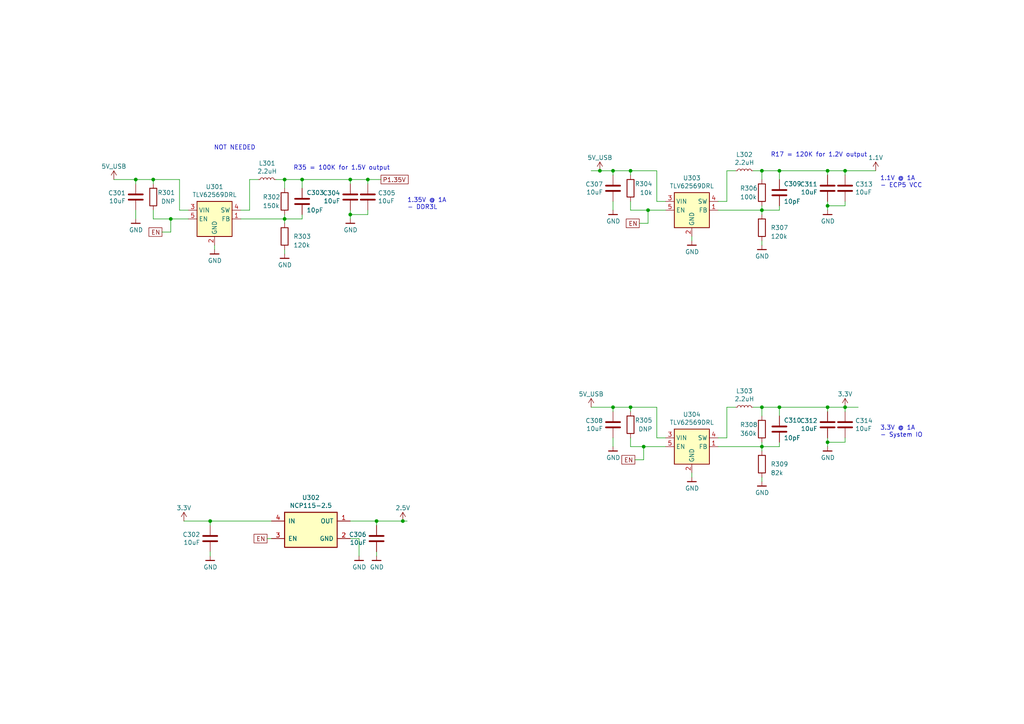
<source format=kicad_sch>
(kicad_sch (version 20250114) (generator "eeschema") (generator_version "9.0")
  (paper "A4")
  (lib_symbols
    (symbol "Device:C" (pin_numbers (hide yes)) (pin_names (offset 0.254))
      (property "Reference" "C" (at 0.635 2.54 0))
      (property "Value" "C" (at 0.635 -2.54 0))
      (symbol "C_0_1"
        (polyline (pts (xy -2.032 0.762) (xy 2.032 0.762)) (stroke (width 0.508)))
        (polyline (pts (xy -2.032 -0.762) (xy 2.032 -0.762)) (stroke (width 0.508)))
      )
      (symbol "C_1_1"
        (pin passive line (at 0 3.81 270) (length 2.794) (name "~") (number "1"))
        (pin passive line (at 0 -3.81 90) (length 2.794) (name "~") (number "2"))
      )
    )
    (symbol "Device:L_Small" (pin_numbers (hide yes)) (pin_names (offset 0.254) (hide yes))
      (property "Reference" "L" (at 0.762 1.016 0))
      (property "Value" "L_Small" (at 0.762 -1.016 0))
      (symbol "L_Small_0_1"
        (arc (start 0 2.032) (mid 0.5058 1.524) (end 0 1.016))
        (arc (start 0 1.016) (mid 0.5058 0.508) (end 0 0))
        (arc (start 0 0) (mid 0.5058 -0.508) (end 0 -1.016))
        (arc (start 0 -1.016) (mid 0.5058 -1.524) (end 0 -2.032))
      )
      (symbol "L_Small_1_1"
        (pin passive line (at 0 2.54 270) (length 0.508) (name "~") (number "1"))
        (pin passive line (at 0 -2.54 90) (length 0.508) (name "~") (number "2"))
      )
    )
    (symbol "Device:R" (pin_numbers (hide yes)) (pin_names (offset 0))
      (property "Reference" "R" (at 2.032 0 90))
      (property "Value" "R" (at 0 0 90))
      (symbol "R_0_1"
        (rectangle (start -1.016 -2.54) (end 1.016 2.54) (stroke (width 0.254)))
      )
      (symbol "R_1_1"
        (pin passive line (at 0 3.81 270) (length 1.27) (name "~") (number "1"))
        (pin passive line (at 0 -3.81 90) (length 1.27) (name "~") (number "2"))
      )
    )
    (symbol "Regulator_Switching:TLV62569DRL"
      (property "Reference" "U" (at -5.08 6.35 0))
      (property "Value" "TLV62569DRL" (at 0 6.35 0))
      (symbol "TLV62569DRL_0_1"
        (rectangle (start -5.08 5.08) (end 5.08 -5.08) (stroke (width 0.254)) (fill (type background)))
      )
      (symbol "TLV62569DRL_1_1"
        (pin power_in line (at -7.62 2.54 0) (length 2.54) (name "VIN") (number "3"))
        (pin input line (at -7.62 0 0) (length 2.54) (name "EN") (number "5"))
        (pin power_in line (at 0 -7.62 90) (length 2.54) (name "GND") (number "2"))
        (pin no_connect line (at 5.08 -2.54 180) (length 2.54) (hide yes) (name "NC") (number "6"))
        (pin power_out line (at 7.62 2.54 180) (length 2.54) (name "SW") (number "4"))
        (pin input line (at 7.62 0 180) (length 2.54) (name "FB") (number "1"))
      )
    )
    (symbol "orange_cram:GND" (power) (pin_names (offset 0))
      (property "Value" "GND" (at 0 -2.54 0))
      (symbol "GND_0_1"
        (polyline (pts (xy 0 -1.27) (xy 0 0)))
        (polyline (pts (xy 1.27 -1.27) (xy -1.27 -1.27)) (stroke (width 0.3048)))
      )
      (symbol "GND_1_1"
        (pin power_in line (at 0 0 270) (length 0) (hide yes) (name "GND") (number "1"))
      )
    )
    (symbol "orange_cram:NCP167" (pin_names (offset 1.016))
      (property "Reference" "U" (at 0 11.43 0))
      (property "Value" "NCP167" (at 0 8.89 0))
      (symbol "NCP167_0_1"
        (rectangle (start -7.62 5.08) (end 7.62 -5.08) (stroke (width 0.3048)) (fill (type background)))
      )
      (symbol "NCP167_1_1"
        (pin input line (at -11.43 2.54 0) (length 3.81) (name "IN") (number "4"))
        (pin input line (at -11.43 -2.54 0) (length 3.81) (name "EN") (number "3"))
        (pin input line (at 11.43 2.54 180) (length 3.81) (name "OUT") (number "1"))
        (pin input line (at 11.43 -2.54 180) (length 3.81) (name "GND") (number "2"))
      )
    )
    (symbol "power:3.3V" (power) (pin_names (offset 0))
      (property "Value" "3.3V" (at 0 3.556 0))
      (symbol "3.3V_0_1"
        (polyline (pts (xy -0.762 1.27) (xy 0 2.54)))
        (polyline (pts (xy 0 2.54) (xy 0.762 1.27)))
        (polyline (pts (xy 0 0) (xy 0 2.54)))
      )
      (symbol "3.3V_1_1"
        (pin power_in line (at 0 0 90) (length 0) (hide yes) (name "3.3V") (number "1"))
      )
    )
  )
  (text "1.1V @ 1A\n- ECP5 VCC\n" (at 255.27 54.61 0) (effects (font (size 1.27 1.27)) (justify left bottom)))
  (text "1.35V @ 1A\n- DDR3L" (at 118.11 60.96 0) (effects (font (size 1.27 1.27)) (justify left bottom)))
  (text "3.3V @ 1A\n- System IO\n" (at 255.27 127 0) (effects (font (size 1.27 1.27)) (justify left bottom)))
  (text "R35 = 100K for 1.5V output" (at 85.09 49.53 0) (effects (font (size 1.27 1.27)) (justify left bottom)))
  (text "R17 = 120K for 1.2V output" (at 223.52 45.72 0) (effects (font (size 1.27 1.27)) (justify left bottom)))
  (text "NOT NEEDED\n" (at 68.072 42.926 0) (effects (font (size 1.27 1.27))))
  (junction (at 101.6 62.23))
  (junction (at 226.06 49.53))
  (junction (at 182.88 49.53))
  (junction (at 220.98 118.11))
  (junction (at 60.96 151.13))
  (junction (at 240.03 49.53))
  (junction (at 240.03 128.27))
  (junction (at 82.55 63.5))
  (junction (at 226.06 118.11))
  (junction (at 44.45 52.07))
  (junction (at 187.96 60.96))
  (junction (at 220.98 49.53))
  (junction (at 245.11 118.11))
  (junction (at 82.55 52.07))
  (junction (at 106.68 52.07))
  (junction (at 220.98 60.96))
  (junction (at 109.22 151.13))
  (junction (at 177.8 49.53))
  (junction (at 245.11 49.53))
  (junction (at 240.03 59.69))
  (junction (at 177.8 118.11))
  (junction (at 173.99 49.53))
  (junction (at 186.69 129.54))
  (junction (at 220.98 129.54))
  (junction (at 240.03 118.11))
  (junction (at 116.84 151.13))
  (junction (at 101.6 52.07))
  (junction (at 39.37 52.07))
  (junction (at 87.63 52.07))
  (junction (at 182.88 118.11))
  (junction (at 49.53 63.5))
  (wire (pts (xy 101.6 151.13) (xy 109.22 151.13)))
  (wire (pts (xy 208.28 129.54) (xy 220.98 129.54)))
  (wire (pts (xy 245.11 50.8) (xy 245.11 49.53)))
  (wire (pts (xy 210.82 58.42) (xy 210.82 49.53)))
  (wire (pts (xy 101.6 52.07) (xy 106.68 52.07)))
  (wire (pts (xy 87.63 63.5) (xy 87.63 62.23)))
  (wire (pts (xy 193.04 60.96) (xy 187.96 60.96)))
  (wire (pts (xy 44.45 63.5) (xy 44.45 60.96)))
  (wire (pts (xy 220.98 69.85) (xy 220.98 71.12)))
  (wire (pts (xy 200.66 68.58) (xy 200.66 69.85)))
  (wire (pts (xy 182.88 60.96) (xy 182.88 58.42)))
  (wire (pts (xy 82.55 54.61) (xy 82.55 52.07)))
  (wire (pts (xy 60.96 160.02) (xy 60.96 161.29)))
  (wire (pts (xy 220.98 118.11) (xy 226.06 118.11)))
  (wire (pts (xy 210.82 127) (xy 210.82 118.11)))
  (wire (pts (xy 184.15 133.35) (xy 186.69 133.35)))
  (wire (pts (xy 220.98 60.96) (xy 220.98 62.23)))
  (wire (pts (xy 190.5 58.42) (xy 190.5 49.53)))
  (wire (pts (xy 193.04 127) (xy 190.5 127)))
  (wire (pts (xy 220.98 60.96) (xy 226.06 60.96)))
  (wire (pts (xy 109.22 152.4) (xy 109.22 151.13)))
  (wire (pts (xy 220.98 129.54) (xy 220.98 130.81)))
  (wire (pts (xy 78.74 156.21) (xy 77.47 156.21)))
  (wire (pts (xy 240.03 128.27) (xy 240.03 129.54)))
  (wire (pts (xy 33.02 52.07) (xy 39.37 52.07)))
  (wire (pts (xy 240.03 127) (xy 240.03 128.27)))
  (wire (pts (xy 106.68 62.23) (xy 101.6 62.23)))
  (wire (pts (xy 106.68 60.96) (xy 106.68 62.23)))
  (wire (pts (xy 62.23 71.12) (xy 62.23 72.39)))
  (wire (pts (xy 240.03 49.53) (xy 245.11 49.53)))
  (wire (pts (xy 177.8 49.53) (xy 182.88 49.53)))
  (wire (pts (xy 106.68 53.34) (xy 106.68 52.07)))
  (wire (pts (xy 186.69 133.35) (xy 186.69 129.54)))
  (wire (pts (xy 245.11 49.53) (xy 254 49.53)))
  (wire (pts (xy 87.63 52.07) (xy 101.6 52.07)))
  (wire (pts (xy 226.06 60.96) (xy 226.06 59.69)))
  (wire (pts (xy 80.01 52.07) (xy 82.55 52.07)))
  (wire (pts (xy 187.96 64.77) (xy 187.96 60.96)))
  (wire (pts (xy 200.66 137.16) (xy 200.66 138.43)))
  (wire (pts (xy 220.98 129.54) (xy 226.06 129.54)))
  (wire (pts (xy 182.88 129.54) (xy 182.88 127)))
  (wire (pts (xy 82.55 62.23) (xy 82.55 63.5)))
  (wire (pts (xy 245.11 58.42) (xy 245.11 59.69)))
  (wire (pts (xy 177.8 118.11) (xy 182.88 118.11)))
  (wire (pts (xy 69.85 63.5) (xy 82.55 63.5)))
  (wire (pts (xy 245.11 59.69) (xy 240.03 59.69)))
  (wire (pts (xy 193.04 58.42) (xy 190.5 58.42)))
  (wire (pts (xy 245.11 127) (xy 245.11 128.27)))
  (wire (pts (xy 82.55 52.07) (xy 87.63 52.07)))
  (wire (pts (xy 177.8 58.42) (xy 177.8 60.96)))
  (wire (pts (xy 49.53 63.5) (xy 54.61 63.5)))
  (wire (pts (xy 220.98 138.43) (xy 220.98 139.7)))
  (wire (pts (xy 177.8 127) (xy 177.8 129.54)))
  (wire (pts (xy 208.28 58.42) (xy 210.82 58.42)))
  (wire (pts (xy 186.69 129.54) (xy 193.04 129.54)))
  (wire (pts (xy 187.96 60.96) (xy 182.88 60.96)))
  (wire (pts (xy 182.88 118.11) (xy 190.5 118.11)))
  (wire (pts (xy 185.42 64.77) (xy 187.96 64.77)))
  (wire (pts (xy 240.03 118.11) (xy 245.11 118.11)))
  (wire (pts (xy 218.44 49.53) (xy 220.98 49.53)))
  (wire (pts (xy 177.8 50.8) (xy 177.8 49.53)))
  (wire (pts (xy 104.14 156.21) (xy 104.14 161.29)))
  (wire (pts (xy 101.6 60.96) (xy 101.6 62.23)))
  (wire (pts (xy 69.85 60.96) (xy 72.39 60.96)))
  (wire (pts (xy 101.6 156.21) (xy 104.14 156.21)))
  (wire (pts (xy 60.96 151.13) (xy 78.74 151.13)))
  (wire (pts (xy 74.93 52.07) (xy 72.39 52.07)))
  (wire (pts (xy 220.98 52.07) (xy 220.98 49.53)))
  (wire (pts (xy 72.39 60.96) (xy 72.39 52.07)))
  (wire (pts (xy 182.88 119.38) (xy 182.88 118.11)))
  (wire (pts (xy 220.98 49.53) (xy 226.06 49.53)))
  (wire (pts (xy 177.8 118.11) (xy 171.45 118.11)))
  (wire (pts (xy 101.6 62.23) (xy 101.6 63.5)))
  (wire (pts (xy 245.11 128.27) (xy 240.03 128.27)))
  (wire (pts (xy 173.99 49.53) (xy 171.45 49.53)))
  (wire (pts (xy 82.55 63.5) (xy 87.63 63.5)))
  (wire (pts (xy 240.03 50.8) (xy 240.03 49.53)))
  (wire (pts (xy 245.11 118.11) (xy 248.92 118.11)))
  (wire (pts (xy 240.03 58.42) (xy 240.03 59.69)))
  (wire (pts (xy 240.03 59.69) (xy 240.03 60.96)))
  (wire (pts (xy 220.98 128.27) (xy 220.98 129.54)))
  (wire (pts (xy 109.22 160.02) (xy 109.22 161.29)))
  (wire (pts (xy 44.45 53.34) (xy 44.45 52.07)))
  (wire (pts (xy 49.53 67.31) (xy 49.53 63.5)))
  (wire (pts (xy 39.37 53.34) (xy 39.37 52.07)))
  (wire (pts (xy 177.8 119.38) (xy 177.8 118.11)))
  (wire (pts (xy 106.68 52.07) (xy 110.49 52.07)))
  (wire (pts (xy 226.06 120.65) (xy 226.06 118.11)))
  (wire (pts (xy 60.96 152.4) (xy 60.96 151.13)))
  (wire (pts (xy 220.98 120.65) (xy 220.98 118.11)))
  (wire (pts (xy 44.45 52.07) (xy 52.07 52.07)))
  (wire (pts (xy 182.88 49.53) (xy 190.5 49.53)))
  (wire (pts (xy 177.8 49.53) (xy 173.99 49.53)))
  (wire (pts (xy 190.5 127) (xy 190.5 118.11)))
  (wire (pts (xy 82.55 63.5) (xy 82.55 64.77)))
  (wire (pts (xy 116.84 151.13) (xy 118.11 151.13)))
  (wire (pts (xy 213.36 49.53) (xy 210.82 49.53)))
  (wire (pts (xy 39.37 52.07) (xy 44.45 52.07)))
  (wire (pts (xy 101.6 53.34) (xy 101.6 52.07)))
  (wire (pts (xy 182.88 50.8) (xy 182.88 49.53)))
  (wire (pts (xy 39.37 60.96) (xy 39.37 63.5)))
  (wire (pts (xy 46.99 67.31) (xy 49.53 67.31)))
  (wire (pts (xy 87.63 54.61) (xy 87.63 52.07)))
  (wire (pts (xy 213.36 118.11) (xy 210.82 118.11)))
  (wire (pts (xy 226.06 49.53) (xy 240.03 49.53)))
  (wire (pts (xy 226.06 118.11) (xy 240.03 118.11)))
  (wire (pts (xy 226.06 129.54) (xy 226.06 128.27)))
  (wire (pts (xy 226.06 52.07) (xy 226.06 49.53)))
  (wire (pts (xy 220.98 59.69) (xy 220.98 60.96)))
  (wire (pts (xy 208.28 60.96) (xy 220.98 60.96)))
  (wire (pts (xy 240.03 119.38) (xy 240.03 118.11)))
  (wire (pts (xy 54.61 60.96) (xy 52.07 60.96)))
  (wire (pts (xy 52.07 60.96) (xy 52.07 52.07)))
  (wire (pts (xy 82.55 72.39) (xy 82.55 73.66)))
  (wire (pts (xy 245.11 119.38) (xy 245.11 118.11)))
  (wire (pts (xy 208.28 127) (xy 210.82 127)))
  (wire (pts (xy 109.22 151.13) (xy 116.84 151.13)))
  (wire (pts (xy 218.44 118.11) (xy 220.98 118.11)))
  (wire (pts (xy 44.45 63.5) (xy 49.53 63.5)))
  (wire (pts (xy 53.34 151.13) (xy 60.96 151.13)))
  (wire (pts (xy 182.88 129.54) (xy 186.69 129.54)))
  (global_label "EN" (shape passive) (at 46.99 67.31 180) (property "Intersheetrefs" "${INTERSHEET_REFS}" (effects (hide yes))))
  (global_label "P1.35V" (shape passive) (at 110.49 52.07 0) (property "Intersheetrefs" "${INTERSHEET_REFS}" (effects (hide yes))))
  (global_label "EN" (shape passive) (at 185.42 64.77 180) (property "Intersheetrefs" "${INTERSHEET_REFS}" (effects (hide yes))))
  (global_label "EN" (shape passive) (at 77.47 156.21 180) (property "Intersheetrefs" "${INTERSHEET_REFS}" (effects (hide yes))))
  (global_label "EN" (shape passive) (at 184.15 133.35 180) (property "Intersheetrefs" "${INTERSHEET_REFS}" (effects (hide yes))))
  (symbol (lib_id "Device:R") (at 182.88 123.19 0) (mirror x) (unit 1)
    (property "Reference" "R305" (at 189.23 121.92 0) (effects (justify right)))
    (property "Value" "DNP" (at 189.23 124.46 0) (effects (justify right)))
    (property "Footprint" "Capacitor_SMD:C_0603_1608Metric" (effects (hide yes)))
    (property "PN" "DNP" (effects (hide yes)))
  )
  (symbol (lib_id "Device:R") (at 220.98 66.04 0) (unit 1)
    (property "Reference" "R307" (at 223.52 66.04 0) (effects (justify left)))
    (property "Value" "120k" (at 223.52 68.58 0) (effects (justify left)))
    (property "Footprint" "Capacitor_SMD:C_0603_1608Metric" (effects (hide yes)))
    (property "Mfg" "‎Yageo‎" (effects (hide yes)))
    (property "PN" "RC0201FR-07120KL" (effects (hide yes)))
    (property "Mfg_1" "UNI-ROYAL(Uniroyal Elec)" (effects (hide yes)))
    (property "PN_1" "0201WMF1203TCE" (effects (hide yes)))
  )
  (symbol (lib_id "Regulator_Switching:TLV62569DRL") (at 62.23 63.5 0) (unit 1) (on_board no)
    (property "Reference" "U301" (at 62.23 54.1782 0))
    (property "Value" "TLV62569DRL" (at 62.23 56.4896 0))
    (property "Footprint" "Package_TO_SOT_SMD:SOT-563" (effects (hide yes)))
    (property "Datasheet" "http://www.ti.com/lit/ds/symlink/tlv62569.pdf" (effects (hide yes)))
    (property "Mfg" "Texas Instruments" (effects (hide yes)))
    (property "PN" "TLV62569DRLR" (effects (hide yes)))
  )
  (symbol (lib_id "Device:R") (at 220.98 134.62 0) (unit 1)
    (property "Reference" "R309" (at 223.52 134.62 0) (effects (justify left)))
    (property "Value" "82k" (at 223.52 137.16 0) (effects (justify left)))
    (property "Footprint" "Capacitor_SMD:C_0603_1608Metric" (effects (hide yes)))
    (property "Mfg" "‎Yageo‎" (effects (hide yes)))
    (property "PN" "RC0201FR-0782KL" (effects (hide yes)))
    (property "Mfg_1" "UNI-ROYAL(Uniroyal Elec)" (effects (hide yes)))
    (property "PN_1" "0201WMF8202TCE" (effects (hide yes)))
  )
  (symbol (lib_id "Device:C") (at 245.11 123.19 180) (unit 1)
    (property "Reference" "C314" (at 248.031 122.0216 0) (effects (justify right)))
    (property "Value" "10uF" (at 248.031 124.333 0) (effects (justify right)))
    (property "Footprint" "Capacitor_SMD:C_0603_1608Metric" (effects (hide yes)))
    (property "Mfg" "Murata Electronics North America" (effects (hide yes)))
    (property "PN" "GRM155R60J106ME15D" (effects (hide yes)))
    (property "Mfg_1" "YAGEO" (effects (hide yes)))
    (property "PN_1" "CC0402MRX5R5BB106" (effects (hide yes)))
  )
  (symbol (lib_id "Device:L_Small") (at 215.9 49.53 90) (unit 1)
    (property "Reference" "L302" (at 215.9 44.831 90))
    (property "Value" "2.2uH" (at 215.9 47.1424 90))
    (property "Footprint" "Inductor_SMD:L_0805_2012Metric" (effects (hide yes)))
    (property "Mfg" "Murata Electronics" (effects (hide yes)))
    (property "PN" "LQM21PN2R2NGCD" (effects (hide yes)))
    (property "Mfg_1" "Sunltech Tech" (effects (hide yes)))
    (property "PN_1" "SLM20122R2MIT" (effects (hide yes)))
  )
  (symbol (lib_id "Regulator_Switching:TLV62569DRL") (at 200.66 60.96 0) (unit 1)
    (property "Reference" "U303" (at 200.66 51.6382 0))
    (property "Value" "TLV62569DRL" (at 200.66 53.9496 0))
    (property "Footprint" "Package_TO_SOT_SMD:SOT-563" (effects (hide yes)))
    (property "Datasheet" "http://www.ti.com/lit/ds/symlink/tlv62569.pdf" (effects (hide yes)))
    (property "Mfg" "Texas Instruments" (effects (hide yes)))
    (property "PN" "TLV62569DRLR" (effects (hide yes)))
  )
  (symbol (lib_id "Device:C") (at 109.22 156.21 0) (mirror x) (unit 1)
    (property "Reference" "C306" (at 106.3244 155.0416 0) (effects (justify right)))
    (property "Value" "10uF" (at 106.3244 157.353 0) (effects (justify right)))
    (property "Footprint" "Capacitor_SMD:C_0603_1608Metric" (effects (hide yes)))
    (property "Mfg" "Murata Electronics North America" (effects (hide yes)))
    (property "PN" "GRM155R60J106ME15D" (effects (hide yes)))
    (property "Mfg_1" "YAGEO" (effects (hide yes)))
    (property "PN_1" "CC0402MRX5R5BB106" (effects (hide yes)))
  )
  (symbol (lib_id "Device:R") (at 82.55 68.58 0) (unit 1) (on_board no)
    (property "Reference" "R303" (at 85.09 68.58 0) (effects (justify left)))
    (property "Value" "120k" (at 85.09 71.12 0) (effects (justify left)))
    (property "Footprint" "Capacitor_SMD:C_0603_1608Metric" (effects (hide yes)))
    (property "Mfg" "‎Yageo‎" (effects (hide yes)))
    (property "PN" "RC0201FR-07120KL" (effects (hide yes)))
    (property "Mfg_1" "UNI-ROYAL(Uniroyal Elec)" (effects (hide yes)))
    (property "PN_1" "0201WMF1203TCE" (effects (hide yes)))
  )
  (symbol (lib_id "orange_cram:GND") (at 200.66 138.43 0) (unit 1)
    (property "Reference" "#PWR0313" (effects (hide yes)))
    (property "Value" "GND" (at 200.7362 141.6304 0))
  )
  (symbol (lib_id "Device:R") (at 220.98 55.88 180) (unit 1)
    (property "Reference" "R306" (at 214.63 54.61 0) (effects (justify right)))
    (property "Value" "100k" (at 214.63 57.15 0) (effects (justify right)))
    (property "Footprint" "Capacitor_SMD:C_0603_1608Metric" (effects (hide yes)))
    (property "Mfg" "‎Yageo‎" (effects (hide yes)))
    (property "PN" "RC0201FR-07100KL" (effects (hide yes)))
    (property "Mfg_1" "UNI-ROYAL(Uniroyal Elec)" (effects (hide yes)))
    (property "PN_1" "0201WMF1003TCE" (effects (hide yes)))
  )
  (symbol (lib_id "Device:C") (at 240.03 123.19 0) (mirror x) (unit 1)
    (property "Reference" "C312" (at 237.1344 122.0216 0) (effects (justify right)))
    (property "Value" "10uF" (at 237.1344 124.333 0) (effects (justify right)))
    (property "Footprint" "Capacitor_SMD:C_0603_1608Metric" (effects (hide yes)))
    (property "Mfg" "Murata Electronics North America" (effects (hide yes)))
    (property "PN" "GRM155R60J106ME15D" (effects (hide yes)))
    (property "Mfg_1" "YAGEO" (effects (hide yes)))
    (property "PN_1" "CC0402MRX5R5BB106" (effects (hide yes)))
  )
  (symbol (lib_id "Device:C") (at 240.03 54.61 0) (mirror x) (unit 1)
    (property "Reference" "C311" (at 237.1344 53.4416 0) (effects (justify right)))
    (property "Value" "10uF" (at 237.1344 55.753 0) (effects (justify right)))
    (property "Footprint" "Capacitor_SMD:C_0603_1608Metric" (effects (hide yes)))
    (property "Mfg" "Murata Electronics North America" (effects (hide yes)))
    (property "PN" "GRM155R60J106ME15D" (effects (hide yes)))
    (property "Mfg_1" "YAGEO" (effects (hide yes)))
    (property "PN_1" "CC0402MRX5R5BB106" (effects (hide yes)))
  )
  (symbol (lib_id "orange_cram:GND") (at 220.98 71.12 0) (unit 1)
    (property "Reference" "#PWR0314" (effects (hide yes)))
    (property "Value" "GND" (at 221.0562 74.3204 0))
  )
  (symbol (lib_id "orange_cram:NCP167") (at 90.17 153.67 0) (unit 1)
    (property "Reference" "U302" (at 90.17 144.3228 0))
    (property "Value" "NCP115-2.5" (at 90.17 146.6342 0))
    (property "Footprint" "Package_SON:Texas_X2SON-4_1x1mm_P0.65mm" (effects (hide yes)))
    (property "PN" "NCP115CMX250TCG" (effects (hide yes)))
    (property "Mfg" "ON Semiconductor" (effects (hide yes)))
  )
  (symbol (lib_id "orange_cram:GND") (at 101.6 63.5 0) (unit 1) (on_board no)
    (property "Reference" "#PWR0307" (effects (hide yes)))
    (property "Value" "GND" (at 101.6762 66.7004 0))
  )
  (symbol (lib_id "power:3.3V") (at 245.11 118.11 0) (unit 1)
    (property "Reference" "#PWR0256" (effects (hide yes)))
    (property "Value" "3.3V" (at 245.11 114.3 0))
  )
  (symbol (lib_id "orange_cram:GND") (at 60.96 161.29 0) (unit 1)
    (property "Reference" "#PWR0304" (effects (hide yes)))
    (property "Value" "GND" (at 61.0362 164.4904 0))
  )
  (symbol (lib_id "Device:C") (at 177.8 123.19 0) (mirror x) (unit 1)
    (property "Reference" "C308" (at 174.9044 122.0216 0) (effects (justify right)))
    (property "Value" "10uF" (at 174.9044 124.333 0) (effects (justify right)))
    (property "Footprint" "Capacitor_SMD:C_0603_1608Metric" (effects (hide yes)))
    (property "Mfg" "Murata Electronics North America" (effects (hide yes)))
    (property "PN" "GRM155R60J106ME15D" (effects (hide yes)))
    (property "Mfg_1" "YAGEO" (effects (hide yes)))
    (property "PN_1" "CC0402MRX5R5BB106" (effects (hide yes)))
  )
  (symbol (lib_id "orange_cram:GND") (at 82.55 73.66 0) (unit 1) (on_board no)
    (property "Reference" "#PWR0306" (effects (hide yes)))
    (property "Value" "GND" (at 82.6262 76.8604 0))
  )
  (symbol (lib_id "orange_cram:GND") (at 177.8 60.96 0) (unit 1)
    (property "Reference" "#PWR0310" (effects (hide yes)))
    (property "Value" "GND" (at 177.8762 64.1604 0))
  )
  (symbol (lib_id "Device:C") (at 106.68 57.15 180) (unit 1) (on_board no)
    (property "Reference" "C305" (at 109.601 55.9816 0) (effects (justify right)))
    (property "Value" "10uF" (at 109.601 58.293 0) (effects (justify right)))
    (property "Footprint" "Capacitor_SMD:C_0603_1608Metric" (effects (hide yes)))
    (property "Mfg" "Murata Electronics North America" (effects (hide yes)))
    (property "PN" "GRM155R60J106ME15D" (effects (hide yes)))
    (property "Mfg_1" "YAGEO" (effects (hide yes)))
    (property "PN_1" "CC0402MRX5R5BB106" (effects (hide yes)))
  )
  (symbol (lib_id "Device:L_Small") (at 215.9 118.11 90) (unit 1)
    (property "Reference" "L303" (at 215.9 113.411 90))
    (property "Value" "2.2uH" (at 215.9 115.7224 90))
    (property "Footprint" "Inductor_SMD:L_0805_2012Metric" (effects (hide yes)))
    (property "Mfg" "Murata Electronics" (effects (hide yes)))
    (property "PN" "LQM21PN2R2NGCD" (effects (hide yes)))
    (property "Mfg_1" "Sunltech Tech" (effects (hide yes)))
    (property "PN_1" "SLM20122R2MIT" (effects (hide yes)))
  )
  (symbol (lib_id "orange_cram:GND") (at 240.03 60.96 0) (unit 1)
    (property "Reference" "#PWR0316" (effects (hide yes)))
    (property "Value" "GND" (at 240.1062 64.1604 0))
  )
  (symbol (lib_id "Device:C") (at 60.96 156.21 0) (mirror x) (unit 1)
    (property "Reference" "C302" (at 58.0644 155.0416 0) (effects (justify right)))
    (property "Value" "10uF" (at 58.0644 157.353 0) (effects (justify right)))
    (property "Footprint" "Capacitor_SMD:C_0603_1608Metric" (effects (hide yes)))
    (property "Mfg" "Murata Electronics North America" (effects (hide yes)))
    (property "PN" "GRM155R60J106ME15D" (effects (hide yes)))
    (property "Mfg_1" "YAGEO" (effects (hide yes)))
    (property "PN_1" "CC0402MRX5R5BB106" (effects (hide yes)))
  )
  (symbol (lib_id "Device:C") (at 39.37 57.15 0) (mirror x) (unit 1) (on_board no)
    (property "Reference" "C301" (at 36.4744 55.9816 0) (effects (justify right)))
    (property "Value" "10uF" (at 36.4744 58.293 0) (effects (justify right)))
    (property "Footprint" "Capacitor_SMD:C_0603_1608Metric" (effects (hide yes)))
    (property "Mfg" "Murata Electronics North America" (effects (hide yes)))
    (property "PN" "GRM155R60J106ME15D" (effects (hide yes)))
    (property "Mfg_1" "YAGEO" (effects (hide yes)))
    (property "PN_1" "CC0402MRX5R5BB106" (effects (hide yes)))
  )
  (symbol (lib_id "orange_cram:GND") (at 109.22 161.29 0) (unit 1)
    (property "Reference" "#PWR0309" (effects (hide yes)))
    (property "Value" "GND" (at 109.2962 164.4904 0))
  )
  (symbol (lib_id "Device:R") (at 182.88 54.61 0) (mirror x) (unit 1)
    (property "Reference" "R304" (at 189.23 53.34 0) (effects (justify right)))
    (property "Value" "10k" (at 189.23 55.88 0) (effects (justify right)))
    (property "Footprint" "Capacitor_SMD:C_0603_1608Metric" (effects (hide yes)))
    (property "Mfg" "‎Yageo‎" (effects (hide yes)))
    (property "PN" "RC0201FR-0710KL" (effects (hide yes)))
    (property "Mfg_1" "UNI-ROYAL(Uniroyal Elec)" (effects (hide yes)))
    (property "PN_1" "0201WMF1002TCE" (effects (hide yes)))
  )
  (symbol (lib_id "Device:C") (at 101.6 57.15 0) (mirror x) (unit 1) (on_board no)
    (property "Reference" "C304" (at 98.7044 55.9816 0) (effects (justify right)))
    (property "Value" "10uF" (at 98.7044 58.293 0) (effects (justify right)))
    (property "Footprint" "Capacitor_SMD:C_0603_1608Metric" (effects (hide yes)))
    (property "Mfg" "Murata Electronics North America" (effects (hide yes)))
    (property "PN" "GRM155R60J106ME15D" (effects (hide yes)))
    (property "Mfg_1" "YAGEO" (effects (hide yes)))
    (property "PN_1" "CC0402MRX5R5BB106" (effects (hide yes)))
  )
  (symbol (lib_id "power:3.3V") (at 53.34 151.13 0) (unit 1)
    (property "Reference" "#PWR0247" (effects (hide yes)))
    (property "Value" "3.3V" (at 53.34 147.32 0))
  )
  (symbol (lib_id "Device:R") (at 44.45 57.15 0) (mirror x) (unit 1) (on_board no)
    (property "Reference" "R301" (at 50.8 55.88 0) (effects (justify right)))
    (property "Value" "DNP" (at 50.8 58.42 0) (effects (justify right)))
    (property "Footprint" "Capacitor_SMD:C_0603_1608Metric" (effects (hide yes)))
    (property "PN" "DNP" (effects (hide yes)))
  )
  (symbol (lib_id "orange_cram:GND") (at 220.98 139.7 0) (unit 1)
    (property "Reference" "#PWR0315" (effects (hide yes)))
    (property "Value" "GND" (at 221.0562 142.9004 0))
  )
  (symbol (lib_id "Device:C") (at 87.63 58.42 180) (unit 1) (on_board no)
    (property "Reference" "C303" (at 88.9 55.88 0) (effects (justify right)))
    (property "Value" "10pF" (at 88.9 60.96 0) (effects (justify right)))
    (property "Footprint" "orange_cram:C_0603_1608Metric" (effects (hide yes)))
    (property "Mfg" "Samsung Electro-Mechanics" (effects (hide yes)))
    (property "PN" "CL03C100JA3GNNC" (effects (hide yes)))
    (property "Mfg_1" "YAGEO" (effects (hide yes)))
    (property "PN_1" "CC0201DRNPO8BN100" (effects (hide yes)))
  )
  (symbol (lib_id "power:3.3V") (at 33.02 52.07 0) (unit 1)
    (property "Reference" "#PWR0253" (effects (hide yes)))
    (property "Value" "5V_USB" (at 33.02 48.26 0))
  )
  (symbol (lib_id "orange_cram:GND") (at 177.8 129.54 0) (unit 1)
    (property "Reference" "#PWR0311" (effects (hide yes)))
    (property "Value" "GND" (at 177.8762 132.7404 0))
  )
  (symbol (lib_id "Device:C") (at 226.06 124.46 180) (unit 1)
    (property "Reference" "C310" (at 227.33 121.92 0) (effects (justify right)))
    (property "Value" "10pF" (at 227.33 127 0) (effects (justify right)))
    (property "Footprint" "orange_cram:C_0603_1608Metric" (effects (hide yes)))
  )
  (symbol (lib_id "Device:C") (at 177.8 54.61 0) (mirror x) (unit 1)
    (property "Reference" "C307" (at 174.9044 53.4416 0) (effects (justify right)))
    (property "Value" "10uF" (at 174.9044 55.753 0) (effects (justify right)))
    (property "Footprint" "Capacitor_SMD:C_0603_1608Metric" (effects (hide yes)))
    (property "Mfg" "Murata Electronics North America" (effects (hide yes)))
    (property "PN" "GRM155R60J106ME15D" (effects (hide yes)))
    (property "Mfg_1" "YAGEO" (effects (hide yes)))
    (property "PN_1" "CC0402MRX5R5BB106" (effects (hide yes)))
  )
  (symbol (lib_id "Regulator_Switching:TLV62569DRL") (at 200.66 129.54 0) (unit 1)
    (property "Reference" "U304" (at 200.66 120.2182 0))
    (property "Value" "TLV62569DRL" (at 200.66 122.5296 0))
    (property "Footprint" "Package_TO_SOT_SMD:SOT-563" (effects (hide yes)))
    (property "Datasheet" "http://www.ti.com/lit/ds/symlink/tlv62569.pdf" (effects (hide yes)))
    (property "Mfg" "Texas Instruments" (effects (hide yes)))
    (property "PN" "TLV62569DRLR" (effects (hide yes)))
  )
  (symbol (lib_id "orange_cram:GND") (at 240.03 129.54 0) (unit 1)
    (property "Reference" "#PWR0317" (effects (hide yes)))
    (property "Value" "GND" (at 240.1062 132.7404 0))
  )
  (symbol (lib_id "Device:C") (at 245.11 54.61 180) (unit 1)
    (property "Reference" "C313" (at 248.031 53.4416 0) (effects (justify right)))
    (property "Value" "10uF" (at 248.031 55.753 0) (effects (justify right)))
    (property "Footprint" "Capacitor_SMD:C_0603_1608Metric" (effects (hide yes)))
    (property "Mfg" "Murata Electronics North America" (effects (hide yes)))
    (property "PN" "GRM155R60J106ME15D" (effects (hide yes)))
    (property "Mfg_1" "YAGEO" (effects (hide yes)))
    (property "PN_1" "CC0402MRX5R5BB106" (effects (hide yes)))
  )
  (symbol (lib_id "Device:R") (at 82.55 58.42 180) (unit 1) (on_board no)
    (property "Reference" "R302" (at 76.2 57.15 0) (effects (justify right)))
    (property "Value" "150k" (at 76.2 59.69 0) (effects (justify right)))
    (property "Footprint" "Capacitor_SMD:C_0603_1608Metric" (effects (hide yes)))
    (property "Mfg" "‎Yageo‎" (effects (hide yes)))
    (property "PN" "RC0201FR-07150KL" (effects (hide yes)))
    (property "Mfg_1" "UNI-ROYAL(Uniroyal Elec)" (effects (hide yes)))
    (property "PN_1" "0201WMF1503TCE" (effects (hide yes)))
  )
  (symbol (lib_id "orange_cram:GND") (at 200.66 69.85 0) (unit 1)
    (property "Reference" "#PWR0312" (effects (hide yes)))
    (property "Value" "GND" (at 200.7362 73.0504 0))
  )
  (symbol (lib_id "orange_cram:GND") (at 62.23 72.39 0) (unit 1) (on_board no)
    (property "Reference" "#PWR0305" (effects (hide yes)))
    (property "Value" "GND" (at 62.3062 75.5904 0))
  )
  (symbol (lib_id "power:3.3V") (at 171.45 118.11 0) (unit 1)
    (property "Reference" "#PWR0249" (effects (hide yes)))
    (property "Value" "5V_USB" (at 171.45 114.3 0))
  )
  (symbol (lib_id "Device:R") (at 220.98 124.46 180) (unit 1)
    (property "Reference" "R308" (at 214.63 123.19 0) (effects (justify right)))
    (property "Value" "360k" (at 214.63 125.73 0) (effects (justify right)))
    (property "Footprint" "Capacitor_SMD:C_0603_1608Metric" (effects (hide yes)))
    (property "Mfg" "‎Yageo‎" (effects (hide yes)))
    (property "PN" "RC0201FR-07360KL" (effects (hide yes)))
    (property "Mfg_1" "UNI-ROYAL(Uniroyal Elec)" (effects (hide yes)))
    (property "PN_1" "0201WMF3603TCE" (effects (hide yes)))
  )
  (symbol (lib_id "Device:C") (at 226.06 55.88 180) (unit 1)
    (property "Reference" "C309" (at 227.33 53.34 0) (effects (justify right)))
    (property "Value" "10pF" (at 227.33 58.42 0) (effects (justify right)))
    (property "Footprint" "orange_cram:C_0603_1608Metric" (effects (hide yes)))
    (property "Mfg" "Samsung Electro-Mechanics" (effects (hide yes)))
    (property "PN" "CL03C100JA3GNNC" (effects (hide yes)))
    (property "Mfg_1" "YAGEO" (effects (hide yes)))
    (property "PN_1" "CC0201DRNPO8BN100" (effects (hide yes)))
  )
  (symbol (lib_id "power:3.3V") (at 173.99 49.53 0) (unit 1)
    (property "Reference" "#PWR0254" (effects (hide yes)))
    (property "Value" "5V_USB" (at 173.99 45.72 0))
  )
  (symbol (lib_id "orange_cram:GND") (at 104.14 161.29 0) (unit 1)
    (property "Reference" "#PWR0308" (effects (hide yes)))
    (property "Value" "GND" (at 104.2162 164.4904 0))
  )
  (symbol (lib_id "power:3.3V") (at 116.84 151.13 0) (unit 1)
    (property "Reference" "#PWR0248" (effects (hide yes)))
    (property "Value" "2.5V" (at 116.84 147.32 0))
  )
  (symbol (lib_id "power:3.3V") (at 254 49.53 0) (unit 1)
    (property "Reference" "#PWR0255" (effects (hide yes)))
    (property "Value" "1.1V" (at 254 45.72 0))
  )
  (symbol (lib_id "orange_cram:GND") (at 39.37 63.5 0) (unit 1) (on_board no)
    (property "Reference" "#PWR0302" (effects (hide yes)))
    (property "Value" "GND" (at 39.4462 66.7004 0))
  )
  (symbol (lib_id "Device:L_Small") (at 77.47 52.07 90) (unit 1) (on_board no)
    (property "Reference" "L301" (at 77.47 47.371 90))
    (property "Value" "2.2uH" (at 77.47 49.6824 90))
    (property "Footprint" "Inductor_SMD:L_0805_2012Metric" (effects (hide yes)))
    (property "Mfg" "Murata Electronics" (effects (hide yes)))
    (property "PN" "LQM21PN2R2NGCD" (effects (hide yes)))
    (property "Mfg_1" "Sunltech Tech" (effects (hide yes)))
    (property "PN_1" "SLM20122R2MIT" (effects (hide yes)))
  )
)
</source>
